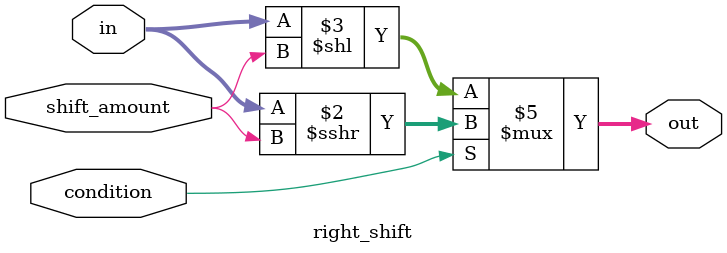
<source format=sv>
module right_shift #(
    parameter int INPUT_SIZE = 8,
    parameter int SHIFT_SIZE = 1
)(
    input  logic [INPUT_SIZE-1:0] in,            // Input value
    input  logic [SHIFT_SIZE-1:0] shift_amount,  // Shift amount
    input  logic                  condition,     // 1 = right shift, 0 = left shift
    output logic [INPUT_SIZE-1:0] out            // Shifted output
);

    always_comb begin
        if (condition)
            out = in >>> shift_amount;  // Arithmetic right shift
        else
            out = in << shift_amount;   // Left shift
    end

endmodule

</source>
